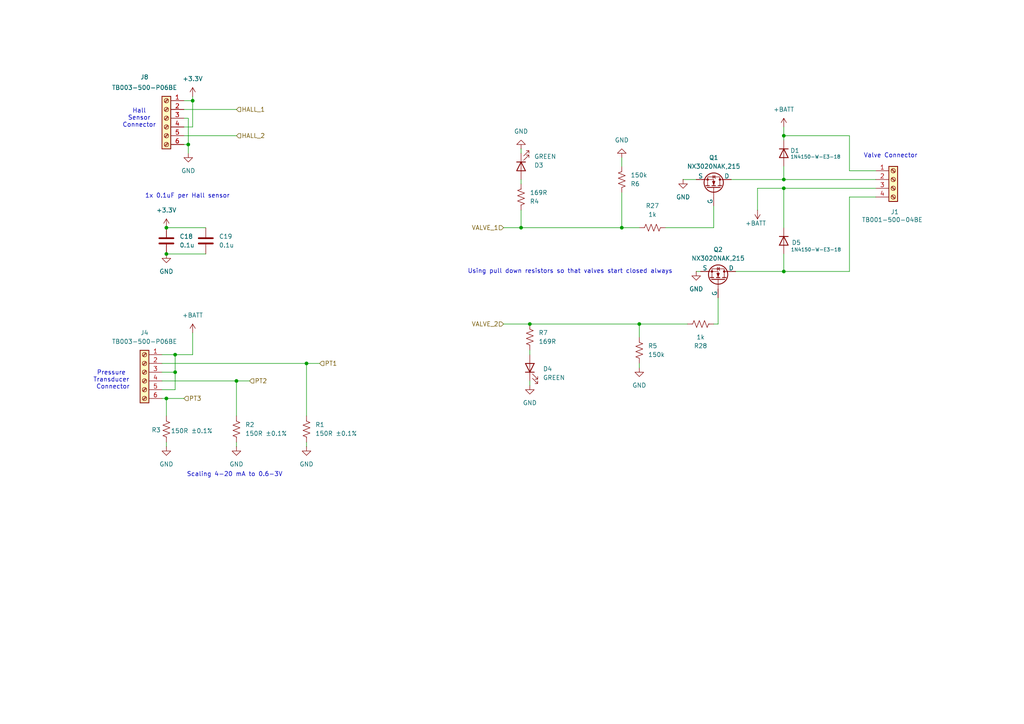
<source format=kicad_sch>
(kicad_sch (version 20250114) (generator "eeschema") (generator_version "9.0")
  (paper "A4")
  (lib_symbols
    (symbol "Connector:Screw_Terminal_01x04" (pin_names (offset 1.016) (hide yes))
      (property "Reference" "J" (at 0 5.08 0))
      (property "Value" "Screw_Terminal_01x04" (at 0 -7.62 0))
      (symbol "Screw_Terminal_01x04_1_1"
        (rectangle (start -1.27 3.81) (end 1.27 -6.35) (stroke (width 0.254)) (fill (type background)))
        (polyline (pts (xy -0.5334 2.8702) (xy 0.3302 2.032)) (stroke (width 0.1524)))
        (polyline (pts (xy -0.5334 0.3302) (xy 0.3302 -0.508)) (stroke (width 0.1524)))
        (polyline (pts (xy -0.5334 -2.2098) (xy 0.3302 -3.048)) (stroke (width 0.1524)))
        (polyline (pts (xy -0.5334 -4.7498) (xy 0.3302 -5.588)) (stroke (width 0.1524)))
        (polyline (pts (xy -0.3556 3.048) (xy 0.508 2.2098)) (stroke (width 0.1524)))
        (polyline (pts (xy -0.3556 0.508) (xy 0.508 -0.3302)) (stroke (width 0.1524)))
        (polyline (pts (xy -0.3556 -2.032) (xy 0.508 -2.8702)) (stroke (width 0.1524)))
        (polyline (pts (xy -0.3556 -4.572) (xy 0.508 -5.4102)) (stroke (width 0.1524)))
        (circle (center 0 2.54) (radius 0.635) (stroke (width 0.1524)))
        (circle (center 0 0) (radius 0.635) (stroke (width 0.1524)))
        (circle (center 0 -2.54) (radius 0.635) (stroke (width 0.1524)))
        (circle (center 0 -5.08) (radius 0.635) (stroke (width 0.1524)))
        (pin passive line (at -5.08 2.54 0) (length 3.81) (name "Pin_1") (number "1"))
        (pin passive line (at -5.08 0 0) (length 3.81) (name "Pin_2") (number "2"))
        (pin passive line (at -5.08 -2.54 0) (length 3.81) (name "Pin_3") (number "3"))
        (pin passive line (at -5.08 -5.08 0) (length 3.81) (name "Pin_4") (number "4"))
      )
    )
    (symbol "Connector:Screw_Terminal_01x06" (pin_names (offset 1.016) (hide yes))
      (property "Reference" "J" (at 0 7.62 0))
      (property "Value" "Screw_Terminal_01x06" (at 0 -10.16 0))
      (symbol "Screw_Terminal_01x06_1_1"
        (rectangle (start -1.27 6.35) (end 1.27 -8.89) (stroke (width 0.254)) (fill (type background)))
        (polyline (pts (xy -0.5334 5.4102) (xy 0.3302 4.572)) (stroke (width 0.1524)))
        (polyline (pts (xy -0.5334 2.8702) (xy 0.3302 2.032)) (stroke (width 0.1524)))
        (polyline (pts (xy -0.5334 0.3302) (xy 0.3302 -0.508)) (stroke (width 0.1524)))
        (polyline (pts (xy -0.5334 -2.2098) (xy 0.3302 -3.048)) (stroke (width 0.1524)))
        (polyline (pts (xy -0.5334 -4.7498) (xy 0.3302 -5.588)) (stroke (width 0.1524)))
        (polyline (pts (xy -0.5334 -7.2898) (xy 0.3302 -8.128)) (stroke (width 0.1524)))
        (polyline (pts (xy -0.3556 5.588) (xy 0.508 4.7498)) (stroke (width 0.1524)))
        (polyline (pts (xy -0.3556 3.048) (xy 0.508 2.2098)) (stroke (width 0.1524)))
        (polyline (pts (xy -0.3556 0.508) (xy 0.508 -0.3302)) (stroke (width 0.1524)))
        (polyline (pts (xy -0.3556 -2.032) (xy 0.508 -2.8702)) (stroke (width 0.1524)))
        (polyline (pts (xy -0.3556 -4.572) (xy 0.508 -5.4102)) (stroke (width 0.1524)))
        (polyline (pts (xy -0.3556 -7.112) (xy 0.508 -7.9502)) (stroke (width 0.1524)))
        (circle (center 0 5.08) (radius 0.635) (stroke (width 0.1524)))
        (circle (center 0 2.54) (radius 0.635) (stroke (width 0.1524)))
        (circle (center 0 0) (radius 0.635) (stroke (width 0.1524)))
        (circle (center 0 -2.54) (radius 0.635) (stroke (width 0.1524)))
        (circle (center 0 -5.08) (radius 0.635) (stroke (width 0.1524)))
        (circle (center 0 -7.62) (radius 0.635) (stroke (width 0.1524)))
        (pin passive line (at -5.08 5.08 0) (length 3.81) (name "Pin_1") (number "1"))
        (pin passive line (at -5.08 2.54 0) (length 3.81) (name "Pin_2") (number "2"))
        (pin passive line (at -5.08 0 0) (length 3.81) (name "Pin_3") (number "3"))
        (pin passive line (at -5.08 -2.54 0) (length 3.81) (name "Pin_4") (number "4"))
        (pin passive line (at -5.08 -5.08 0) (length 3.81) (name "Pin_5") (number "5"))
        (pin passive line (at -5.08 -7.62 0) (length 3.81) (name "Pin_6") (number "6"))
      )
    )
    (symbol "Device:C" (pin_numbers (hide yes)) (pin_names (offset 0.254))
      (property "Reference" "C" (at 0.635 2.54 0))
      (property "Value" "C" (at 0.635 -2.54 0))
      (symbol "C_0_1"
        (polyline (pts (xy -2.032 0.762) (xy 2.032 0.762)) (stroke (width 0.508)))
        (polyline (pts (xy -2.032 -0.762) (xy 2.032 -0.762)) (stroke (width 0.508)))
      )
      (symbol "C_1_1"
        (pin passive line (at 0 3.81 270) (length 2.794) (name "~") (number "1"))
        (pin passive line (at 0 -3.81 90) (length 2.794) (name "~") (number "2"))
      )
    )
    (symbol "Device:D" (pin_numbers (hide yes)) (pin_names (offset 1.016) (hide yes))
      (property "Reference" "D" (at 0 2.54 0))
      (property "Value" "D" (at 0 -2.54 0))
      (symbol "D_0_1"
        (polyline (pts (xy -1.27 1.27) (xy -1.27 -1.27)) (stroke (width 0.254)))
        (polyline (pts (xy 1.27 1.27) (xy 1.27 -1.27) (xy -1.27 0) (xy 1.27 1.27)) (stroke (width 0.254)))
        (polyline (pts (xy 1.27 0) (xy -1.27 0)))
      )
      (symbol "D_1_1"
        (pin passive line (at -3.81 0 0) (length 2.54) (name "K") (number "1"))
        (pin passive line (at 3.81 0 180) (length 2.54) (name "A") (number "2"))
      )
    )
    (symbol "Device:LED" (pin_numbers (hide yes)) (pin_names (offset 1.016) (hide yes))
      (property "Reference" "D" (at 0 2.54 0))
      (property "Value" "LED" (at 0 -2.54 0))
      (symbol "LED_0_1"
        (polyline (pts (xy -3.048 -0.762) (xy -4.572 -2.286) (xy -3.81 -2.286) (xy -4.572 -2.286) (xy -4.572 -1.524)))
        (polyline (pts (xy -1.778 -0.762) (xy -3.302 -2.286) (xy -2.54 -2.286) (xy -3.302 -2.286) (xy -3.302 -1.524)))
        (polyline (pts (xy -1.27 0) (xy 1.27 0)))
        (polyline (pts (xy -1.27 -1.27) (xy -1.27 1.27)) (stroke (width 0.254)))
        (polyline (pts (xy 1.27 -1.27) (xy 1.27 1.27) (xy -1.27 0) (xy 1.27 -1.27)) (stroke (width 0.254)))
      )
      (symbol "LED_1_1"
        (pin passive line (at -3.81 0 0) (length 2.54) (name "K") (number "1"))
        (pin passive line (at 3.81 0 180) (length 2.54) (name "A") (number "2"))
      )
    )
    (symbol "Device:R_US" (pin_numbers (hide yes)) (pin_names (offset 0))
      (property "Reference" "R" (at 2.54 0 90))
      (property "Value" "R_US" (at -2.54 0 90))
      (symbol "R_US_0_1"
        (polyline (pts (xy 0 2.286) (xy 0 2.54)))
        (polyline (pts (xy 0 2.286) (xy 1.016 1.905) (xy 0 1.524) (xy -1.016 1.143) (xy 0 0.762)))
        (polyline (pts (xy 0 0.762) (xy 1.016 0.381) (xy 0 0) (xy -1.016 -0.381) (xy 0 -0.762)))
        (polyline (pts (xy 0 -0.762) (xy 1.016 -1.143) (xy 0 -1.524) (xy -1.016 -1.905) (xy 0 -2.286)))
        (polyline (pts (xy 0 -2.286) (xy 0 -2.54)))
      )
      (symbol "R_US_1_1"
        (pin passive line (at 0 3.81 270) (length 1.27) (name "~") (number "1"))
        (pin passive line (at 0 -3.81 90) (length 1.27) (name "~") (number "2"))
      )
    )
    (symbol "Simulation_SPICE:NMOS" (pin_numbers (hide yes)) (pin_names (offset 0))
      (property "Reference" "Q" (at 5.08 1.27 0))
      (property "Value" "NMOS" (at 5.08 -1.27 0))
      (symbol "NMOS_0_1"
        (polyline (pts (xy 0.254 1.905) (xy 0.254 -1.905)) (stroke (width 0.254)))
        (polyline (pts (xy 0.254 0) (xy -2.54 0)))
        (polyline (pts (xy 0.762 2.286) (xy 0.762 1.27)) (stroke (width 0.254)))
        (polyline (pts (xy 0.762 0.508) (xy 0.762 -0.508)) (stroke (width 0.254)))
        (polyline (pts (xy 0.762 -1.27) (xy 0.762 -2.286)) (stroke (width 0.254)))
        (polyline (pts (xy 0.762 -1.778) (xy 3.302 -1.778) (xy 3.302 1.778) (xy 0.762 1.778)))
        (polyline (pts (xy 1.016 0) (xy 2.032 0.381) (xy 2.032 -0.381) (xy 1.016 0)) (fill (type outline)))
        (circle (center 1.651 0) (radius 2.794) (stroke (width 0.254)))
        (polyline (pts (xy 2.54 2.54) (xy 2.54 1.778)))
        (circle (center 2.54 1.778) (radius 0.254) (fill (type outline)))
        (circle (center 2.54 -1.778) (radius 0.254) (fill (type outline)))
        (polyline (pts (xy 2.54 -2.54) (xy 2.54 0) (xy 0.762 0)))
        (polyline (pts (xy 2.794 0.508) (xy 2.921 0.381) (xy 3.683 0.381) (xy 3.81 0.254)))
        (polyline (pts (xy 3.302 0.381) (xy 2.921 -0.254) (xy 3.683 -0.254) (xy 3.302 0.381)))
      )
      (symbol "NMOS_1_1"
        (pin input line (at -5.08 0 0) (length 2.54) (name "G") (number "2"))
        (pin passive line (at 2.54 5.08 270) (length 2.54) (name "D") (number "1"))
        (pin passive line (at 2.54 -5.08 90) (length 2.54) (name "S") (number "3"))
      )
    )
    (symbol "power:+12V" (power) (pin_numbers (hide yes)) (pin_names (offset 0) (hide yes))
      (property "Value" "+12V" (at 0 3.556 0))
      (symbol "+12V_0_1"
        (polyline (pts (xy -0.762 1.27) (xy 0 2.54)))
        (polyline (pts (xy 0 2.54) (xy 0.762 1.27)))
        (polyline (pts (xy 0 0) (xy 0 2.54)))
      )
      (symbol "+12V_1_1"
        (pin power_in line (at 0 0 90) (length 0) (name "~") (number "1"))
      )
    )
    (symbol "power:+24V" (power) (pin_numbers (hide yes)) (pin_names (offset 0) (hide yes))
      (property "Value" "+24V" (at 0 3.556 0))
      (symbol "+24V_0_1"
        (polyline (pts (xy -0.762 1.27) (xy 0 2.54)))
        (polyline (pts (xy 0 2.54) (xy 0.762 1.27)))
        (polyline (pts (xy 0 0) (xy 0 2.54)))
      )
      (symbol "+24V_1_1"
        (pin power_in line (at 0 0 90) (length 0) (name "~") (number "1"))
      )
    )
    (symbol "power:+3.3V" (power) (pin_numbers (hide yes)) (pin_names (offset 0) (hide yes))
      (property "Value" "+3.3V" (at 0 3.556 0))
      (symbol "+3.3V_0_1"
        (polyline (pts (xy -0.762 1.27) (xy 0 2.54)))
        (polyline (pts (xy 0 2.54) (xy 0.762 1.27)))
        (polyline (pts (xy 0 0) (xy 0 2.54)))
      )
      (symbol "+3.3V_1_1"
        (pin power_in line (at 0 0 90) (length 0) (name "~") (number "1"))
      )
    )
    (symbol "power:+BATT" (power) (pin_numbers (hide yes)) (pin_names (offset 0) (hide yes))
      (property "Value" "+BATT" (at 0 3.556 0))
      (symbol "+BATT_0_1"
        (polyline (pts (xy -0.762 1.27) (xy 0 2.54)))
        (polyline (pts (xy 0 2.54) (xy 0.762 1.27)))
        (polyline (pts (xy 0 0) (xy 0 2.54)))
      )
      (symbol "+BATT_1_1"
        (pin power_in line (at 0 0 90) (length 0) (name "~") (number "1"))
      )
    )
    (symbol "power:GND" (power) (pin_numbers (hide yes)) (pin_names (offset 0) (hide yes))
      (property "Value" "GND" (at 0 -3.81 0))
      (symbol "GND_0_1"
        (polyline (pts (xy 0 0) (xy 0 -1.27) (xy 1.27 -1.27) (xy 0 -2.54) (xy -1.27 -1.27) (xy 0 -1.27)))
      )
      (symbol "GND_1_1"
        (pin power_in line (at 0 0 270) (length 0) (name "~") (number "1"))
      )
    )
  )
  (text "Hall\nSensor\nConnector" (at 40.386 34.29 0) (effects (font (size 1.27 1.27))))
  (text "Valve Connector" (at 258.318 45.212 0) (effects (font (size 1.27 1.27))))
  (text "1x 0.1uF per Hall sensor" (at 54.356 56.896 0) (effects (font (size 1.27 1.27))))
  (text "Scaling 4-20 mA to 0.6-3V" (at 68.072 137.668 0) (effects (font (size 1.27 1.27))))
  (text "Using pull down resistors so that valves start closed always" (at 165.354 78.74 0) (effects (font (size 1.27 1.27))))
  (text "Pressure \nTransducer \nConnector" (at 32.766 110.236 0) (effects (font (size 1.27 1.27))))
  (junction (at 227.33 52.07))
  (junction (at 48.26 115.57))
  (junction (at 227.33 78.74))
  (junction (at 227.33 54.61))
  (junction (at 54.61 41.91))
  (junction (at 50.8 102.87))
  (junction (at 68.58 110.49))
  (junction (at 48.26 66.04))
  (junction (at 55.88 29.21))
  (junction (at 48.26 73.66))
  (junction (at 153.67 93.98))
  (junction (at 50.8 107.95))
  (junction (at 151.13 66.04))
  (junction (at 227.33 39.37))
  (junction (at 185.42 93.98))
  (junction (at 180.34 66.04))
  (junction (at 88.9 105.41))
  (wire (pts (xy 212.09 52.07) (xy 227.33 52.07)))
  (wire (pts (xy 68.58 129.54) (xy 68.58 128.27)))
  (wire (pts (xy 201.93 78.74) (xy 203.2 78.74)))
  (wire (pts (xy 146.05 66.04) (xy 151.13 66.04)))
  (wire (pts (xy 55.88 29.21) (xy 55.88 36.83)))
  (wire (pts (xy 54.61 34.29) (xy 54.61 41.91)))
  (wire (pts (xy 180.34 55.88) (xy 180.34 66.04)))
  (wire (pts (xy 193.04 66.04) (xy 207.01 66.04)))
  (wire (pts (xy 48.26 115.57) (xy 48.26 120.65)))
  (wire (pts (xy 53.34 36.83) (xy 55.88 36.83)))
  (wire (pts (xy 151.13 66.04) (xy 180.34 66.04)))
  (wire (pts (xy 198.12 52.07) (xy 201.93 52.07)))
  (wire (pts (xy 55.88 27.94) (xy 55.88 29.21)))
  (wire (pts (xy 53.34 31.75) (xy 68.58 31.75)))
  (wire (pts (xy 68.58 110.49) (xy 72.39 110.49)))
  (wire (pts (xy 53.34 34.29) (xy 54.61 34.29)))
  (wire (pts (xy 48.26 73.66) (xy 59.69 73.66)))
  (wire (pts (xy 207.01 93.98) (xy 208.28 93.98)))
  (wire (pts (xy 207.01 66.04) (xy 207.01 59.69)))
  (wire (pts (xy 55.88 102.87) (xy 50.8 102.87)))
  (wire (pts (xy 153.67 102.87) (xy 153.67 101.6)))
  (wire (pts (xy 227.33 40.64) (xy 227.33 39.37)))
  (wire (pts (xy 227.33 73.66) (xy 227.33 78.74)))
  (wire (pts (xy 227.33 48.26) (xy 227.33 52.07)))
  (wire (pts (xy 50.8 107.95) (xy 50.8 102.87)))
  (wire (pts (xy 50.8 113.03) (xy 50.8 107.95)))
  (wire (pts (xy 55.88 96.52) (xy 55.88 102.87)))
  (wire (pts (xy 246.38 78.74) (xy 227.33 78.74)))
  (wire (pts (xy 180.34 48.26) (xy 180.34 45.72)))
  (wire (pts (xy 151.13 60.96) (xy 151.13 66.04)))
  (wire (pts (xy 46.99 105.41) (xy 88.9 105.41)))
  (wire (pts (xy 227.33 54.61) (xy 227.33 66.04)))
  (wire (pts (xy 88.9 105.41) (xy 92.71 105.41)))
  (wire (pts (xy 185.42 93.98) (xy 185.42 97.79)))
  (wire (pts (xy 153.67 93.98) (xy 185.42 93.98)))
  (wire (pts (xy 68.58 110.49) (xy 68.58 120.65)))
  (wire (pts (xy 146.05 93.98) (xy 153.67 93.98)))
  (wire (pts (xy 246.38 57.15) (xy 254 57.15)))
  (wire (pts (xy 227.33 39.37) (xy 246.38 39.37)))
  (wire (pts (xy 50.8 102.87) (xy 46.99 102.87)))
  (wire (pts (xy 53.34 39.37) (xy 68.58 39.37)))
  (wire (pts (xy 151.13 43.18) (xy 151.13 44.45)))
  (wire (pts (xy 46.99 115.57) (xy 48.26 115.57)))
  (wire (pts (xy 46.99 107.95) (xy 50.8 107.95)))
  (wire (pts (xy 213.36 78.74) (xy 227.33 78.74)))
  (wire (pts (xy 219.71 54.61) (xy 219.71 60.96)))
  (wire (pts (xy 185.42 93.98) (xy 199.39 93.98)))
  (wire (pts (xy 208.28 86.36) (xy 208.28 93.98)))
  (wire (pts (xy 227.33 52.07) (xy 254 52.07)))
  (wire (pts (xy 88.9 128.27) (xy 88.9 129.54)))
  (wire (pts (xy 153.67 111.76) (xy 153.67 110.49)))
  (wire (pts (xy 46.99 113.03) (xy 50.8 113.03)))
  (wire (pts (xy 185.42 105.41) (xy 185.42 106.68)))
  (wire (pts (xy 219.71 54.61) (xy 227.33 54.61)))
  (wire (pts (xy 246.38 49.53) (xy 254 49.53)))
  (wire (pts (xy 246.38 57.15) (xy 246.38 78.74)))
  (wire (pts (xy 254 54.61) (xy 227.33 54.61)))
  (wire (pts (xy 55.88 29.21) (xy 53.34 29.21)))
  (wire (pts (xy 151.13 52.07) (xy 151.13 53.34)))
  (wire (pts (xy 48.26 66.04) (xy 59.69 66.04)))
  (wire (pts (xy 227.33 39.37) (xy 227.33 36.83)))
  (wire (pts (xy 88.9 105.41) (xy 88.9 120.65)))
  (wire (pts (xy 54.61 41.91) (xy 54.61 44.45)))
  (wire (pts (xy 48.26 129.54) (xy 48.26 128.27)))
  (wire (pts (xy 46.99 110.49) (xy 68.58 110.49)))
  (wire (pts (xy 180.34 66.04) (xy 185.42 66.04)))
  (wire (pts (xy 53.34 41.91) (xy 54.61 41.91)))
  (wire (pts (xy 246.38 39.37) (xy 246.38 49.53)))
  (wire (pts (xy 48.26 115.57) (xy 53.34 115.57)))
  (hierarchical_label "PT2" (shape input) (at 72.39 110.49 0))
  (hierarchical_label "VALVE_1" (shape input) (at 146.05 66.04 180))
  (hierarchical_label "PT1" (shape input) (at 92.71 105.41 0))
  (hierarchical_label "HALL_1" (shape input) (at 68.58 31.75 0))
  (hierarchical_label "HALL_2" (shape input) (at 68.58 39.37 0))
  (hierarchical_label "PT3" (shape input) (at 53.34 115.57 0))
  (hierarchical_label "VALVE_2" (shape input) (at 146.05 93.98 180))
  (symbol (lib_id "Simulation_SPICE:NMOS") (at 207.01 54.61 270) (mirror x) (unit 1)
    (property "Reference" "Q1" (at 207.01 45.72 90))
    (property "Value" "NX3020NAK,215" (at 207.01 48.26 90))
    (property "Footprint" "Package_TO_SOT_SMD:SOT-23-3" (effects (hide yes)))
    (property "Datasheet" "https://ngspice.sourceforge.io/docs/ngspice-html-manual/manual.xhtml#cha_MOSFETs" (effects (hide yes)))
    (property "Description" "N-MOSFET transistor, drain/source/gate" (effects (hide yes)))
    (property "Sim.Device" "NMOS" (effects (hide yes)))
    (property "Sim.Type" "VDMOS" (effects (hide yes)))
    (property "Sim.Pins" "1=D 2=G 3=S" (effects (hide yes)))
  )
  (symbol (lib_id "Device:D") (at 227.33 69.85 90) (mirror x) (unit 1)
    (property "Reference" "D5" (at 229.616 70.358 90) (effects (justify right)))
    (property "Value" "1N4150-W-E3-18" (at 229.362 72.39 90) (effects (font (size 1 1)) (justify right)))
    (property "Footprint" "Diode_SMD:D_SOD-123" (effects (hide yes)))
    (property "Description" "Diode" (effects (hide yes)))
    (property "Sim.Device" "D" (effects (hide yes)))
    (property "Sim.Pins" "1=K 2=A" (effects (hide yes)))
  )
  (symbol (lib_id "Device:LED") (at 151.13 48.26 90) (mirror x) (unit 1)
    (property "Reference" "D3" (at 154.94 47.9426 90) (effects (justify right)))
    (property "Value" "GREEN" (at 154.94 45.4026 90) (effects (justify right)))
    (property "Footprint" "Diode_SMD:D_0603_1608Metric_Pad1.05x0.95mm_HandSolder" (effects (hide yes)))
    (property "Description" "Light emitting diode" (effects (hide yes)))
    (property "Sim.Pins" "1=K 2=A" (effects (hide yes)))
  )
  (symbol (lib_id "Device:R_US") (at 151.13 57.15 0) (mirror x) (unit 1)
    (property "Reference" "R4" (at 153.67 58.4201 0) (effects (justify left)))
    (property "Value" "169R" (at 153.67 55.8801 0) (effects (justify left)))
    (property "Footprint" "Resistor_SMD:R_0805_2012Metric_Pad1.20x1.40mm_HandSolder" (effects (hide yes)))
    (property "Description" "Resistor, US symbol" (effects (hide yes)))
  )
  (symbol (lib_id "power:GND") (at 201.93 78.74 0) (unit 1)
    (property "Reference" "#PWR021" (effects (hide yes)))
    (property "Value" "GND" (at 201.93 83.82 0))
    (property "Description" "Power symbol creates a global label with name \"GND\" , ground" (effects (hide yes)))
  )
  (symbol (lib_id "power:+3.3V") (at 55.88 27.94 0) (unit 1)
    (property "Reference" "#PWR063" (effects (hide yes)))
    (property "Value" "+3.3V" (at 55.88 22.86 0))
    (property "Description" "Power symbol creates a global label with name \"+3.3V\"" (effects (hide yes)))
  )
  (symbol (lib_id "power:GND") (at 185.42 106.68 0) (unit 1)
    (property "Reference" "#PWR07" (effects (hide yes)))
    (property "Value" "GND" (at 185.42 111.76 0))
    (property "Description" "Power symbol creates a global label with name \"GND\" , ground" (effects (hide yes)))
  )
  (symbol (lib_id "power:GND") (at 198.12 52.07 0) (unit 1)
    (property "Reference" "#PWR011" (effects (hide yes)))
    (property "Value" "GND" (at 198.12 57.15 0))
    (property "Description" "Power symbol creates a global label with name \"GND\" , ground" (effects (hide yes)))
  )
  (symbol (lib_id "power:+3.3V") (at 48.26 66.04 0) (unit 1)
    (property "Reference" "#PWR066" (effects (hide yes)))
    (property "Value" "+3.3V" (at 48.26 60.96 0))
    (property "Description" "Power symbol creates a global label with name \"+3.3V\"" (effects (hide yes)))
  )
  (symbol (lib_id "power:+BATT") (at 219.71 60.96 0) (mirror x) (unit 1)
    (property "Reference" "#PWR019" (effects (hide yes)))
    (property "Value" "+BATT" (at 216.154 64.77 0) (effects (justify left)))
    (property "Description" "Power symbol creates a global label with name \"+BATT\"" (effects (hide yes)))
  )
  (symbol (lib_id "Device:R_US") (at 68.58 124.46 0) (unit 1)
    (property "Reference" "R2" (at 71.12 123.1899 0) (effects (justify left)))
    (property "Value" "150R ±0.1%" (at 71.12 125.7299 0) (effects (justify left)))
    (property "Footprint" "Resistor_SMD:R_0805_2012Metric_Pad1.20x1.40mm_HandSolder" (effects (hide yes)))
    (property "Description" "Resistor, US symbol" (effects (hide yes)))
  )
  (symbol (lib_id "Connector:Screw_Terminal_01x06") (at 41.91 107.95 0) (mirror y) (unit 1)
    (property "Reference" "J4" (at 41.91 96.52 0))
    (property "Value" "TB003-500-P06BE" (at 41.91 99.06 0))
    (property "Footprint" "TerminalBlock_CUI:TerminalBlock_CUI_TB007-508-06_1x06_P5.08mm_Horizontal" (effects (hide yes)))
    (property "Description" "Generic screw terminal, single row, 01x06, script generated (kicad-library-utils/schlib/autogen/connector/)" (effects (hide yes)))
  )
  (symbol (lib_id "Device:R_US") (at 185.42 101.6 0) (unit 1)
    (property "Reference" "R5" (at 187.96 100.3299 0) (effects (justify left)))
    (property "Value" "150k" (at 187.96 102.8699 0) (effects (justify left)))
    (property "Footprint" "Resistor_SMD:R_0805_2012Metric_Pad1.20x1.40mm_HandSolder" (effects (hide yes)))
    (property "Description" "Resistor, US symbol" (effects (hide yes)))
  )
  (symbol (lib_id "power:GND") (at 180.34 45.72 0) (mirror x) (unit 1)
    (property "Reference" "#PWR06" (effects (hide yes)))
    (property "Value" "GND" (at 180.34 40.64 0))
    (property "Description" "Power symbol creates a global label with name \"GND\" , ground" (effects (hide yes)))
  )
  (symbol (lib_id "power:GND") (at 68.58 129.54 0) (unit 1)
    (property "Reference" "#PWR03" (effects (hide yes)))
    (property "Value" "GND" (at 68.58 134.62 0))
    (property "Description" "Power symbol creates a global label with name \"GND\" , ground" (effects (hide yes)))
  )
  (symbol (lib_id "Connector:Screw_Terminal_01x06") (at 48.26 34.29 0) (mirror y) (unit 1)
    (property "Reference" "J8" (at 41.91 22.352 0))
    (property "Value" "TB003-500-P06BE" (at 41.91 25.4 0))
    (property "Footprint" "TerminalBlock_CUI:TerminalBlock_CUI_TB007-508-06_1x06_P5.08mm_Horizontal" (effects (hide yes)))
    (property "Description" "Generic screw terminal, single row, 01x06, script generated (kicad-library-utils/schlib/autogen/connector/)" (effects (hide yes)))
  )
  (symbol (lib_id "power:GND") (at 151.13 43.18 0) (mirror x) (unit 1)
    (property "Reference" "#PWR012" (effects (hide yes)))
    (property "Value" "GND" (at 151.13 38.1 0))
    (property "Description" "Power symbol creates a global label with name \"GND\" , ground" (effects (hide yes)))
  )
  (symbol (lib_id "Device:R_US") (at 153.67 97.79 0) (unit 1)
    (property "Reference" "R7" (at 156.21 96.5199 0) (effects (justify left)))
    (property "Value" "169R" (at 156.21 99.0599 0) (effects (justify left)))
    (property "Footprint" "Resistor_SMD:R_0805_2012Metric_Pad1.20x1.40mm_HandSolder" (effects (hide yes)))
    (property "Description" "Resistor, US symbol" (effects (hide yes)))
  )
  (symbol (lib_id "Device:R_US") (at 203.2 93.98 270) (unit 1)
    (property "Reference" "R28" (at 203.2 100.33 90))
    (property "Value" "1k" (at 203.2 97.79 90))
    (property "Footprint" "Resistor_SMD:R_0805_2012Metric_Pad1.20x1.40mm_HandSolder" (effects (hide yes)))
    (property "Description" "Resistor, US symbol" (effects (hide yes)))
  )
  (symbol (lib_id "power:GND") (at 54.61 44.45 0) (unit 1)
    (property "Reference" "#PWR065" (effects (hide yes)))
    (property "Value" "GND" (at 54.61 49.53 0))
    (property "Description" "Power symbol creates a global label with name \"GND\" , ground" (effects (hide yes)))
  )
  (symbol (lib_id "power:+12V") (at 227.33 36.83 0) (unit 1)
    (property "Reference" "#PWR010" (effects (hide yes)))
    (property "Value" "+BATT" (at 227.33 31.75 0))
    (property "Description" "Power symbol creates a global label with name \"+12V\"" (effects (hide yes)))
  )
  (symbol (lib_id "Device:R_US") (at 180.34 52.07 0) (mirror x) (unit 1)
    (property "Reference" "R6" (at 182.88 53.3401 0) (effects (justify left)))
    (property "Value" "150k" (at 182.88 50.8001 0) (effects (justify left)))
    (property "Footprint" "Resistor_SMD:R_0805_2012Metric_Pad1.20x1.40mm_HandSolder" (effects (hide yes)))
    (property "Description" "Resistor, US symbol" (effects (hide yes)))
  )
  (symbol (lib_id "Device:R_US") (at 48.26 124.46 0) (unit 1)
    (property "Reference" "R3" (at 43.942 124.714 0) (effects (justify left)))
    (property "Value" "150R ±0.1%" (at 49.53 124.968 0) (effects (justify left)))
    (property "Footprint" "Resistor_SMD:R_0805_2012Metric_Pad1.20x1.40mm_HandSolder" (effects (hide yes)))
    (property "Description" "Resistor, US symbol" (effects (hide yes)))
  )
  (symbol (lib_id "power:GND") (at 48.26 73.66 0) (unit 1)
    (property "Reference" "#PWR067" (effects (hide yes)))
    (property "Value" "GND" (at 48.26 78.74 0))
    (property "Description" "Power symbol creates a global label with name \"GND\" , ground" (effects (hide yes)))
  )
  (symbol (lib_id "Device:R_US") (at 88.9 124.46 0) (unit 1)
    (property "Reference" "R1" (at 91.44 123.1899 0) (effects (justify left)))
    (property "Value" "150R ±0.1%" (at 91.44 125.7299 0) (effects (justify left)))
    (property "Footprint" "Resistor_SMD:R_0805_2012Metric_Pad1.20x1.40mm_HandSolder" (effects (hide yes)))
    (property "Description" "Resistor, US symbol" (effects (hide yes)))
  )
  (symbol (lib_id "power:GND") (at 153.67 111.76 0) (unit 1)
    (property "Reference" "#PWR020" (effects (hide yes)))
    (property "Value" "GND" (at 153.67 116.84 0))
    (property "Description" "Power symbol creates a global label with name \"GND\" , ground" (effects (hide yes)))
  )
  (symbol (lib_id "power:GND") (at 48.26 129.54 0) (unit 1)
    (property "Reference" "#PWR04" (effects (hide yes)))
    (property "Value" "GND" (at 48.26 134.62 0))
    (property "Description" "Power symbol creates a global label with name \"GND\" , ground" (effects (hide yes)))
  )
  (symbol (lib_id "Device:C") (at 59.69 69.85 0) (unit 1)
    (property "Reference" "C19" (at 63.5 68.5799 0) (effects (justify left)))
    (property "Value" "0.1u" (at 63.5 71.1199 0) (effects (justify left)))
    (property "Footprint" "Capacitor_SMD:C_0805_2012Metric_Pad1.18x1.45mm_HandSolder" (effects (hide yes)))
    (property "Description" "Unpolarized capacitor" (effects (hide yes)))
  )
  (symbol (lib_id "Device:D") (at 227.33 44.45 270) (unit 1)
    (property "Reference" "D1" (at 231.902 43.688 90) (effects (justify right)))
    (property "Value" "1N4150-W-E3-18" (at 243.84 45.466 90) (effects (font (size 1 1)) (justify right)))
    (property "Footprint" "Diode_SMD:D_SOD-123" (effects (hide yes)))
    (property "Description" "Diode" (effects (hide yes)))
    (property "Sim.Device" "D" (effects (hide yes)))
    (property "Sim.Pins" "1=K 2=A" (effects (hide yes)))
  )
  (symbol (lib_id "Device:R_US") (at 189.23 66.04 270) (unit 1)
    (property "Reference" "R27" (at 189.23 59.69 90))
    (property "Value" "1k" (at 189.23 62.23 90))
    (property "Footprint" "Resistor_SMD:R_0805_2012Metric_Pad1.20x1.40mm_HandSolder" (effects (hide yes)))
    (property "Description" "Resistor, US symbol" (effects (hide yes)))
  )
  (symbol (lib_id "Device:C") (at 48.26 69.85 0) (unit 1)
    (property "Reference" "C18" (at 52.07 68.5799 0) (effects (justify left)))
    (property "Value" "0.1u" (at 52.07 71.1199 0) (effects (justify left)))
    (property "Footprint" "Capacitor_SMD:C_0805_2012Metric_Pad1.18x1.45mm_HandSolder" (effects (hide yes)))
    (property "Description" "Unpolarized capacitor" (effects (hide yes)))
  )
  (symbol (lib_id "Simulation_SPICE:NMOS") (at 208.28 81.28 270) (mirror x) (unit 1)
    (property "Reference" "Q2" (at 208.28 72.39 90))
    (property "Value" "NX3020NAK,215" (at 208.28 74.93 90))
    (property "Footprint" "Package_TO_SOT_SMD:SOT-23-3" (effects (hide yes)))
    (property "Datasheet" "https://ngspice.sourceforge.io/docs/ngspice-html-manual/manual.xhtml#cha_MOSFETs" (effects (hide yes)))
    (property "Description" "N-MOSFET transistor, drain/source/gate" (effects (hide yes)))
    (property "Sim.Device" "NMOS" (effects (hide yes)))
    (property "Sim.Type" "VDMOS" (effects (hide yes)))
    (property "Sim.Pins" "1=D 2=G 3=S" (effects (hide yes)))
  )
  (symbol (lib_id "power:GND") (at 88.9 129.54 0) (unit 1)
    (property "Reference" "#PWR01" (effects (hide yes)))
    (property "Value" "GND" (at 88.9 134.62 0))
    (property "Description" "Power symbol creates a global label with name \"GND\" , ground" (effects (hide yes)))
  )
  (symbol (lib_id "Device:LED") (at 153.67 106.68 90) (unit 1)
    (property "Reference" "D4" (at 157.48 106.9974 90) (effects (justify right)))
    (property "Value" "GREEN" (at 157.48 109.5374 90) (effects (justify right)))
    (property "Footprint" "Diode_SMD:D_0603_1608Metric_Pad1.05x0.95mm_HandSolder" (effects (hide yes)))
    (property "Description" "Light emitting diode" (effects (hide yes)))
    (property "Sim.Pins" "1=K 2=A" (effects (hide yes)))
  )
  (symbol (lib_id "power:+24V") (at 55.88 96.52 0) (mirror y) (unit 1)
    (property "Reference" "#PWR02" (effects (hide yes)))
    (property "Value" "+BATT" (at 55.88 91.44 0))
    (property "Description" "Power symbol creates a global label with name \"+24V\"" (effects (hide yes)))
  )
  (symbol (lib_id "Connector:Screw_Terminal_01x04") (at 259.08 52.07 0) (unit 1)
    (property "Reference" "J1" (at 258.318 61.468 0) (effects (justify left)))
    (property "Value" "TB001-500-04BE" (at 249.936 63.754 0) (effects (justify left)))
    (property "Footprint" "TerminalBlock_CUI:TerminalBlock_CUI_TB007-508-04_1x04_P5.08mm_Horizontal" (effects (hide yes)))
    (property "Description" "Generic screw terminal, single row, 01x04, script generated (kicad-library-utils/schlib/autogen/connector/)" (effects (hide yes)))
  )
)
</source>
